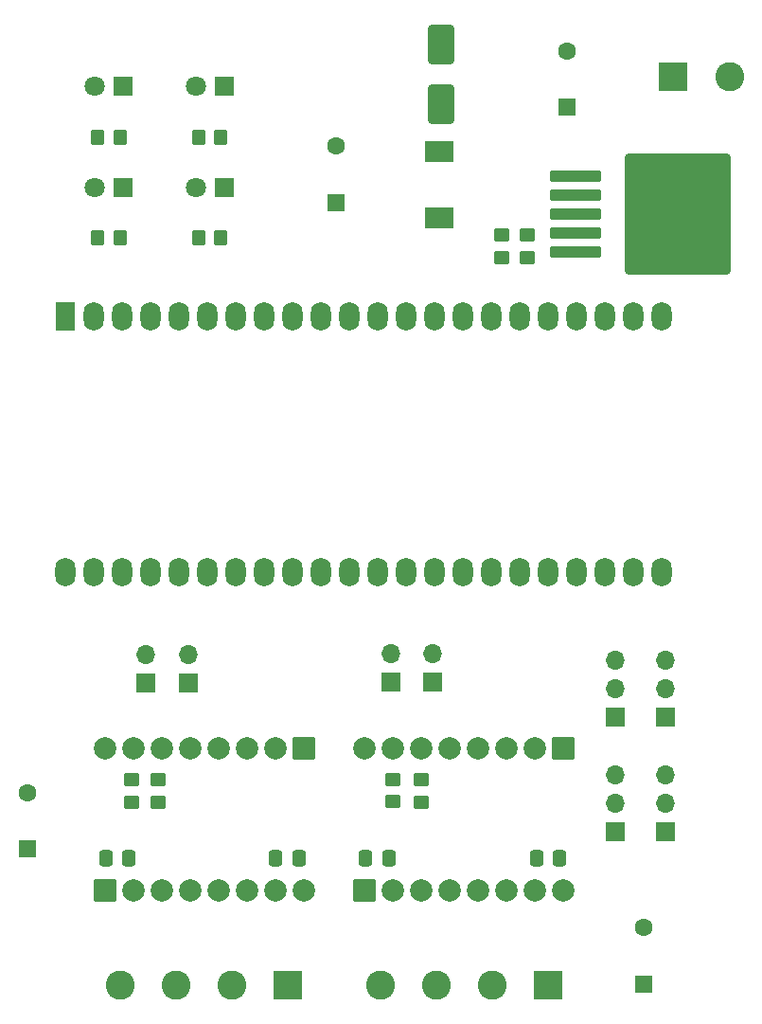
<source format=gbr>
%TF.GenerationSoftware,KiCad,Pcbnew,8.0.0*%
%TF.CreationDate,2025-04-05T00:05:52+03:00*%
%TF.ProjectId,esp_stepper,6573705f-7374-4657-9070-65722e6b6963,rev?*%
%TF.SameCoordinates,Original*%
%TF.FileFunction,Soldermask,Top*%
%TF.FilePolarity,Negative*%
%FSLAX46Y46*%
G04 Gerber Fmt 4.6, Leading zero omitted, Abs format (unit mm)*
G04 Created by KiCad (PCBNEW 8.0.0) date 2025-04-05 00:05:52*
%MOMM*%
%LPD*%
G01*
G04 APERTURE LIST*
G04 Aperture macros list*
%AMRoundRect*
0 Rectangle with rounded corners*
0 $1 Rounding radius*
0 $2 $3 $4 $5 $6 $7 $8 $9 X,Y pos of 4 corners*
0 Add a 4 corners polygon primitive as box body*
4,1,4,$2,$3,$4,$5,$6,$7,$8,$9,$2,$3,0*
0 Add four circle primitives for the rounded corners*
1,1,$1+$1,$2,$3*
1,1,$1+$1,$4,$5*
1,1,$1+$1,$6,$7*
1,1,$1+$1,$8,$9*
0 Add four rect primitives between the rounded corners*
20,1,$1+$1,$2,$3,$4,$5,0*
20,1,$1+$1,$4,$5,$6,$7,0*
20,1,$1+$1,$6,$7,$8,$9,0*
20,1,$1+$1,$8,$9,$2,$3,0*%
G04 Aperture macros list end*
%ADD10R,1.800000X1.800000*%
%ADD11C,1.800000*%
%ADD12R,2.600000X2.600000*%
%ADD13C,2.600000*%
%ADD14R,1.800000X2.600000*%
%ADD15O,1.800000X2.600000*%
%ADD16RoundRect,0.102000X0.900000X-0.900000X0.900000X0.900000X-0.900000X0.900000X-0.900000X-0.900000X0*%
%ADD17C,2.004000*%
%ADD18R,1.600000X1.600000*%
%ADD19C,1.600000*%
%ADD20R,1.700000X1.700000*%
%ADD21O,1.700000X1.700000*%
%ADD22RoundRect,0.250000X-0.450000X0.350000X-0.450000X-0.350000X0.450000X-0.350000X0.450000X0.350000X0*%
%ADD23RoundRect,0.250000X-0.350000X-0.450000X0.350000X-0.450000X0.350000X0.450000X-0.350000X0.450000X0*%
%ADD24R,2.600000X1.950000*%
%ADD25RoundRect,0.250000X-2.050000X-0.300000X2.050000X-0.300000X2.050000X0.300000X-2.050000X0.300000X0*%
%ADD26RoundRect,0.250002X-4.449998X-5.149998X4.449998X-5.149998X4.449998X5.149998X-4.449998X5.149998X0*%
%ADD27RoundRect,0.250000X0.337500X0.475000X-0.337500X0.475000X-0.337500X-0.475000X0.337500X-0.475000X0*%
%ADD28RoundRect,0.250000X0.900000X-1.500000X0.900000X1.500000X-0.900000X1.500000X-0.900000X-1.500000X0*%
G04 APERTURE END LIST*
D10*
%TO.C,D5*%
X105597618Y-67500000D03*
D11*
X103057618Y-67500000D03*
%TD*%
D10*
%TO.C,D3*%
X105597618Y-76500000D03*
D11*
X103057618Y-76500000D03*
%TD*%
D12*
%TO.C,J1*%
X111322618Y-147805000D03*
D13*
X106322618Y-147805000D03*
X101322618Y-147805000D03*
X96322618Y-147805000D03*
%TD*%
D14*
%TO.C,U5*%
X91430538Y-88070000D03*
D15*
X93970538Y-88070000D03*
X96510538Y-88070000D03*
X99050538Y-88070000D03*
X101590538Y-88070000D03*
X104130538Y-88070000D03*
X106670538Y-88070000D03*
X109210538Y-88070000D03*
X111750538Y-88070000D03*
X114290538Y-88070000D03*
X116830538Y-88070000D03*
X119370538Y-88070000D03*
X121910538Y-88070000D03*
X124450538Y-88070000D03*
X126990538Y-88070000D03*
X129530538Y-88070000D03*
X132070538Y-88070000D03*
X134610538Y-88070000D03*
X137150538Y-88070000D03*
X139687818Y-88066320D03*
X142227818Y-88066320D03*
X144767818Y-88066320D03*
X144770538Y-110930000D03*
X142230538Y-110930000D03*
X139690538Y-110930000D03*
X137150538Y-110930000D03*
X134610538Y-110930000D03*
X132070538Y-110930000D03*
X129530538Y-110930000D03*
X126990538Y-110930000D03*
X124450538Y-110930000D03*
X121910538Y-110930000D03*
X119370538Y-110930000D03*
X116830538Y-110930000D03*
X114290538Y-110930000D03*
X111750538Y-110930000D03*
X109210538Y-110930000D03*
X106670538Y-110930000D03*
X104130538Y-110930000D03*
X101590538Y-110930000D03*
X99050538Y-110930000D03*
X96510538Y-110930000D03*
X93970538Y-110930000D03*
X91430538Y-110930000D03*
%TD*%
D16*
%TO.C,U1*%
X112712618Y-126650000D03*
D17*
X110172618Y-126650000D03*
X107632618Y-126650000D03*
X105092618Y-126650000D03*
X102552618Y-126650000D03*
X100012618Y-126650000D03*
X97472618Y-126650000D03*
X94932618Y-126650000D03*
D16*
X94932618Y-139350000D03*
D17*
X97472618Y-139350000D03*
X100012618Y-139350000D03*
X102552618Y-139350000D03*
X105092618Y-139350000D03*
X107632618Y-139350000D03*
X110172618Y-139350000D03*
X112712618Y-139350000D03*
%TD*%
D18*
%TO.C,C1*%
X136272618Y-69305302D03*
D19*
X136272618Y-64305302D03*
%TD*%
D20*
%TO.C,J10*%
X140572618Y-123830000D03*
D21*
X140572618Y-121290000D03*
X140572618Y-118750000D03*
%TD*%
D18*
%TO.C,C8*%
X87993967Y-135625651D03*
D19*
X87993967Y-130625651D03*
%TD*%
D12*
%TO.C,J3*%
X134572618Y-147805000D03*
D13*
X129572618Y-147805000D03*
X124572618Y-147805000D03*
X119572618Y-147805000D03*
%TD*%
D18*
%TO.C,C2*%
X115622618Y-77840651D03*
D19*
X115622618Y-72840651D03*
%TD*%
D20*
%TO.C,J4*%
X98604618Y-120775000D03*
D21*
X98604618Y-118235000D03*
%TD*%
D20*
%TO.C,J5*%
X102414618Y-120775000D03*
D21*
X102414618Y-118235000D03*
%TD*%
D20*
%TO.C,J6*%
X124258618Y-120750000D03*
D21*
X124258618Y-118210000D03*
%TD*%
D10*
%TO.C,D4*%
X96597618Y-67500000D03*
D11*
X94057618Y-67500000D03*
%TD*%
D20*
%TO.C,J8*%
X145072618Y-123830000D03*
D21*
X145072618Y-121290000D03*
X145072618Y-118750000D03*
%TD*%
D20*
%TO.C,J7*%
X120572618Y-120750000D03*
D21*
X120572618Y-118210000D03*
%TD*%
D16*
%TO.C,U2*%
X135962618Y-126650000D03*
D17*
X133422618Y-126650000D03*
X130882618Y-126650000D03*
X128342618Y-126650000D03*
X125802618Y-126650000D03*
X123262618Y-126650000D03*
X120722618Y-126650000D03*
X118182618Y-126650000D03*
D16*
X118182618Y-139350000D03*
D17*
X120722618Y-139350000D03*
X123262618Y-139350000D03*
X125802618Y-139350000D03*
X128342618Y-139350000D03*
X130882618Y-139350000D03*
X133422618Y-139350000D03*
X135962618Y-139350000D03*
%TD*%
D18*
%TO.C,C7*%
X143181618Y-147690651D03*
D19*
X143181618Y-142690651D03*
%TD*%
D10*
%TO.C,D2*%
X96597618Y-76500000D03*
D11*
X94057618Y-76500000D03*
%TD*%
D20*
%TO.C,J9*%
X145072618Y-134080000D03*
D21*
X145072618Y-131540000D03*
X145072618Y-129000000D03*
%TD*%
D12*
%TO.C,J2*%
X145727618Y-66597651D03*
D13*
X150807618Y-66597651D03*
%TD*%
D20*
%TO.C,J11*%
X140572618Y-134080000D03*
D21*
X140572618Y-131540000D03*
X140572618Y-129000000D03*
%TD*%
D22*
%TO.C,R5*%
X97334618Y-129445000D03*
X97334618Y-131445000D03*
%TD*%
D23*
%TO.C,R1*%
X94322618Y-81000000D03*
X96322618Y-81000000D03*
%TD*%
D24*
%TO.C,L1*%
X124852618Y-73269651D03*
X124852618Y-79269651D03*
%TD*%
D23*
%TO.C,R7*%
X94322618Y-72000000D03*
X96322618Y-72000000D03*
%TD*%
D25*
%TO.C,U4*%
X137047618Y-75502651D03*
X137047618Y-77202651D03*
X137047618Y-78902651D03*
D26*
X146197618Y-78902651D03*
D25*
X137047618Y-80602651D03*
X137047618Y-82302651D03*
%TD*%
D22*
%TO.C,R9*%
X132767618Y-80788000D03*
X132767618Y-82788000D03*
%TD*%
D23*
%TO.C,R8*%
X103322618Y-72000000D03*
X105322618Y-72000000D03*
%TD*%
D22*
%TO.C,R2*%
X123242618Y-129445000D03*
X123242618Y-131445000D03*
%TD*%
D27*
%TO.C,C5*%
X97110118Y-136500000D03*
X95035118Y-136500000D03*
%TD*%
D22*
%TO.C,R4*%
X99747618Y-129445000D03*
X99747618Y-131445000D03*
%TD*%
D27*
%TO.C,C4*%
X112322618Y-136500000D03*
X110247618Y-136500000D03*
%TD*%
D22*
%TO.C,R10*%
X130481618Y-80772000D03*
X130481618Y-82772000D03*
%TD*%
D28*
%TO.C,D1*%
X125043118Y-69098500D03*
X125043118Y-63698500D03*
%TD*%
D23*
%TO.C,R6*%
X103322618Y-81000000D03*
X105322618Y-81000000D03*
%TD*%
D27*
%TO.C,C6*%
X120360118Y-136500000D03*
X118285118Y-136500000D03*
%TD*%
D22*
%TO.C,R3*%
X120702618Y-129429000D03*
X120702618Y-131429000D03*
%TD*%
D27*
%TO.C,C3*%
X135610118Y-136500000D03*
X133535118Y-136500000D03*
%TD*%
M02*

</source>
